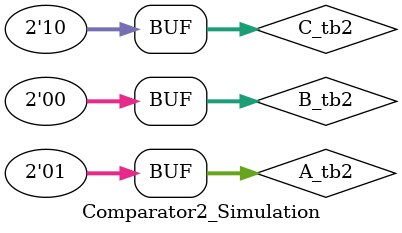
<source format=v>
`timescale 1ns / 1ps

module Comparator2_Simulation(
    );
    reg [1:0]A_tb2;
    reg [1:0]B_tb2;
    reg [1:0]C_tb2;
    wire [2:0]sum_tb2;
    comparator2 c2(
    .A(A_tb2),
    .B(B_tb2),
    .C(C_tb2),
    .sum(sum_tb2)  
    );
    
    initial begin
    A_tb2=0;
    B_tb2=0;
    C_tb2=0;
    #10;
    
    A_tb2=3;
    B_tb2=0;
    C_tb2=1;
    #10;
    
    A_tb2=1;
    B_tb2=2;
    C_tb2=0;
    #10;
    
    A_tb2=0;
    B_tb2=2;
    C_tb2=1;
    #10;
    
    A_tb2=0;
    B_tb2=1;
    C_tb2=2;
    #10;
    
    A_tb2=1;
    B_tb2=0;
    C_tb2=2;
    #10;
    
    end
endmodule

</source>
